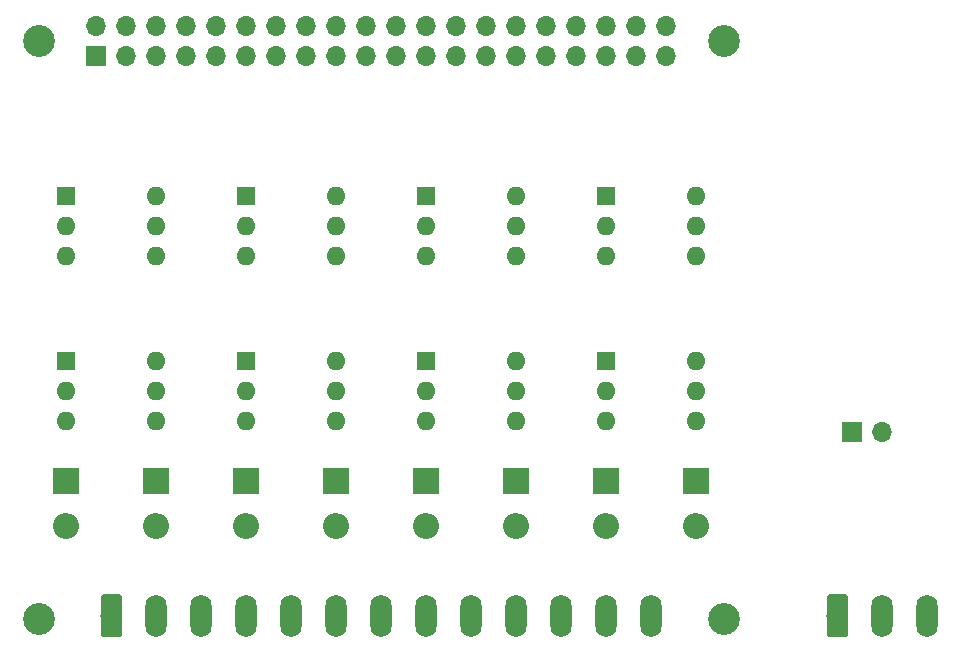
<source format=gbs>
G04 #@! TF.GenerationSoftware,KiCad,Pcbnew,5.1.2-f72e74a~84~ubuntu19.04.1*
G04 #@! TF.CreationDate,2019-06-28T01:10:34+02:00*
G04 #@! TF.ProjectId,switch-control-hat,73776974-6368-42d6-936f-6e74726f6c2d,rev?*
G04 #@! TF.SameCoordinates,Original*
G04 #@! TF.FileFunction,Soldermask,Bot*
G04 #@! TF.FilePolarity,Negative*
%FSLAX46Y46*%
G04 Gerber Fmt 4.6, Leading zero omitted, Abs format (unit mm)*
G04 Created by KiCad (PCBNEW 5.1.2-f72e74a~84~ubuntu19.04.1) date 2019-06-28 01:10:34*
%MOMM*%
%LPD*%
G04 APERTURE LIST*
%ADD10O,1.800000X3.600000*%
%ADD11C,0.100000*%
%ADD12C,1.800000*%
%ADD13R,2.200000X2.200000*%
%ADD14O,2.200000X2.200000*%
%ADD15O,1.700000X1.700000*%
%ADD16R,1.700000X1.700000*%
%ADD17R,1.600000X1.600000*%
%ADD18O,1.600000X1.600000*%
%ADD19C,2.700000*%
G04 APERTURE END LIST*
D10*
X278740000Y-146190000D03*
X274930000Y-146190000D03*
D11*
G36*
X271794504Y-144391204D02*
G01*
X271818773Y-144394804D01*
X271842571Y-144400765D01*
X271865671Y-144409030D01*
X271887849Y-144419520D01*
X271908893Y-144432133D01*
X271928598Y-144446747D01*
X271946777Y-144463223D01*
X271963253Y-144481402D01*
X271977867Y-144501107D01*
X271990480Y-144522151D01*
X272000970Y-144544329D01*
X272009235Y-144567429D01*
X272015196Y-144591227D01*
X272018796Y-144615496D01*
X272020000Y-144640000D01*
X272020000Y-147740000D01*
X272018796Y-147764504D01*
X272015196Y-147788773D01*
X272009235Y-147812571D01*
X272000970Y-147835671D01*
X271990480Y-147857849D01*
X271977867Y-147878893D01*
X271963253Y-147898598D01*
X271946777Y-147916777D01*
X271928598Y-147933253D01*
X271908893Y-147947867D01*
X271887849Y-147960480D01*
X271865671Y-147970970D01*
X271842571Y-147979235D01*
X271818773Y-147985196D01*
X271794504Y-147988796D01*
X271770000Y-147990000D01*
X270470000Y-147990000D01*
X270445496Y-147988796D01*
X270421227Y-147985196D01*
X270397429Y-147979235D01*
X270374329Y-147970970D01*
X270352151Y-147960480D01*
X270331107Y-147947867D01*
X270311402Y-147933253D01*
X270293223Y-147916777D01*
X270276747Y-147898598D01*
X270262133Y-147878893D01*
X270249520Y-147857849D01*
X270239030Y-147835671D01*
X270230765Y-147812571D01*
X270224804Y-147788773D01*
X270221204Y-147764504D01*
X270220000Y-147740000D01*
X270220000Y-144640000D01*
X270221204Y-144615496D01*
X270224804Y-144591227D01*
X270230765Y-144567429D01*
X270239030Y-144544329D01*
X270249520Y-144522151D01*
X270262133Y-144501107D01*
X270276747Y-144481402D01*
X270293223Y-144463223D01*
X270311402Y-144446747D01*
X270331107Y-144432133D01*
X270352151Y-144419520D01*
X270374329Y-144409030D01*
X270397429Y-144400765D01*
X270421227Y-144394804D01*
X270445496Y-144391204D01*
X270470000Y-144390000D01*
X271770000Y-144390000D01*
X271794504Y-144391204D01*
X271794504Y-144391204D01*
G37*
D12*
X271120000Y-146190000D03*
D11*
G36*
X210326504Y-144391204D02*
G01*
X210350773Y-144394804D01*
X210374571Y-144400765D01*
X210397671Y-144409030D01*
X210419849Y-144419520D01*
X210440893Y-144432133D01*
X210460598Y-144446747D01*
X210478777Y-144463223D01*
X210495253Y-144481402D01*
X210509867Y-144501107D01*
X210522480Y-144522151D01*
X210532970Y-144544329D01*
X210541235Y-144567429D01*
X210547196Y-144591227D01*
X210550796Y-144615496D01*
X210552000Y-144640000D01*
X210552000Y-147740000D01*
X210550796Y-147764504D01*
X210547196Y-147788773D01*
X210541235Y-147812571D01*
X210532970Y-147835671D01*
X210522480Y-147857849D01*
X210509867Y-147878893D01*
X210495253Y-147898598D01*
X210478777Y-147916777D01*
X210460598Y-147933253D01*
X210440893Y-147947867D01*
X210419849Y-147960480D01*
X210397671Y-147970970D01*
X210374571Y-147979235D01*
X210350773Y-147985196D01*
X210326504Y-147988796D01*
X210302000Y-147990000D01*
X209002000Y-147990000D01*
X208977496Y-147988796D01*
X208953227Y-147985196D01*
X208929429Y-147979235D01*
X208906329Y-147970970D01*
X208884151Y-147960480D01*
X208863107Y-147947867D01*
X208843402Y-147933253D01*
X208825223Y-147916777D01*
X208808747Y-147898598D01*
X208794133Y-147878893D01*
X208781520Y-147857849D01*
X208771030Y-147835671D01*
X208762765Y-147812571D01*
X208756804Y-147788773D01*
X208753204Y-147764504D01*
X208752000Y-147740000D01*
X208752000Y-144640000D01*
X208753204Y-144615496D01*
X208756804Y-144591227D01*
X208762765Y-144567429D01*
X208771030Y-144544329D01*
X208781520Y-144522151D01*
X208794133Y-144501107D01*
X208808747Y-144481402D01*
X208825223Y-144463223D01*
X208843402Y-144446747D01*
X208863107Y-144432133D01*
X208884151Y-144419520D01*
X208906329Y-144409030D01*
X208929429Y-144400765D01*
X208953227Y-144394804D01*
X208977496Y-144391204D01*
X209002000Y-144390000D01*
X210302000Y-144390000D01*
X210326504Y-144391204D01*
X210326504Y-144391204D01*
G37*
D12*
X209652000Y-146190000D03*
D10*
X213462000Y-146190000D03*
X217272000Y-146190000D03*
X221082000Y-146190000D03*
X224892000Y-146190000D03*
X228702000Y-146190000D03*
X232512000Y-146190000D03*
X236322000Y-146190000D03*
X240132000Y-146190000D03*
X243942000Y-146190000D03*
X247752000Y-146190000D03*
X251562000Y-146190000D03*
X255372000Y-146190000D03*
D13*
X213462000Y-134760000D03*
D14*
X213462000Y-138570000D03*
X259182000Y-138570000D03*
D13*
X259182000Y-134760000D03*
D15*
X274930000Y-130672000D03*
D16*
X272390000Y-130672000D03*
D14*
X251562000Y-138570000D03*
D13*
X251562000Y-134760000D03*
D14*
X243942000Y-138570000D03*
D13*
X243942000Y-134760000D03*
D14*
X236322000Y-138570000D03*
D13*
X236322000Y-134760000D03*
D14*
X228702000Y-138570000D03*
D13*
X228702000Y-134760000D03*
D14*
X221082000Y-138570000D03*
D13*
X221082000Y-134760000D03*
X205842000Y-134760000D03*
D14*
X205842000Y-138570000D03*
D17*
X221082000Y-110630000D03*
D18*
X228702000Y-115710000D03*
X221082000Y-113170000D03*
X228702000Y-113170000D03*
X221082000Y-115710000D03*
X228702000Y-110630000D03*
D16*
X208370000Y-98770000D03*
D15*
X208370000Y-96230000D03*
X210910000Y-98770000D03*
X210910000Y-96230000D03*
X213450000Y-98770000D03*
X213450000Y-96230000D03*
X215990000Y-98770000D03*
X215990000Y-96230000D03*
X218530000Y-98770000D03*
X218530000Y-96230000D03*
X221070000Y-98770000D03*
X221070000Y-96230000D03*
X223610000Y-98770000D03*
X223610000Y-96230000D03*
X226150000Y-98770000D03*
X226150000Y-96230000D03*
X228690000Y-98770000D03*
X228690000Y-96230000D03*
X231230000Y-98770000D03*
X231230000Y-96230000D03*
X233770000Y-98770000D03*
X233770000Y-96230000D03*
X236310000Y-98770000D03*
X236310000Y-96230000D03*
X238850000Y-98770000D03*
X238850000Y-96230000D03*
X241390000Y-98770000D03*
X241390000Y-96230000D03*
X243930000Y-98770000D03*
X243930000Y-96230000D03*
X246470000Y-98770000D03*
X246470000Y-96230000D03*
X249010000Y-98770000D03*
X249010000Y-96230000D03*
X251550000Y-98770000D03*
X251550000Y-96230000D03*
X254090000Y-98770000D03*
X254090000Y-96230000D03*
X256630000Y-98770000D03*
X256630000Y-96230000D03*
D19*
X261500000Y-146500000D03*
X203500000Y-146500000D03*
X261500000Y-97500000D03*
X203500000Y-97500000D03*
D18*
X213462000Y-110630000D03*
X205842000Y-115710000D03*
X213462000Y-113170000D03*
X205842000Y-113170000D03*
X213462000Y-115710000D03*
D17*
X205842000Y-110630000D03*
X205842000Y-124600000D03*
D18*
X213462000Y-129680000D03*
X205842000Y-127140000D03*
X213462000Y-127140000D03*
X205842000Y-129680000D03*
X213462000Y-124600000D03*
X228702000Y-124600000D03*
X221082000Y-129680000D03*
X228702000Y-127140000D03*
X221082000Y-127140000D03*
X228702000Y-129680000D03*
D17*
X221082000Y-124600000D03*
X236322000Y-110630000D03*
D18*
X243942000Y-115710000D03*
X236322000Y-113170000D03*
X243942000Y-113170000D03*
X236322000Y-115710000D03*
X243942000Y-110630000D03*
X243942000Y-124600000D03*
X236322000Y-129680000D03*
X243942000Y-127140000D03*
X236322000Y-127140000D03*
X243942000Y-129680000D03*
D17*
X236322000Y-124600000D03*
X251562000Y-110630000D03*
D18*
X259182000Y-115710000D03*
X251562000Y-113170000D03*
X259182000Y-113170000D03*
X251562000Y-115710000D03*
X259182000Y-110630000D03*
X259182000Y-124600000D03*
X251562000Y-129680000D03*
X259182000Y-127140000D03*
X251562000Y-127140000D03*
X259182000Y-129680000D03*
D17*
X251562000Y-124600000D03*
M02*

</source>
